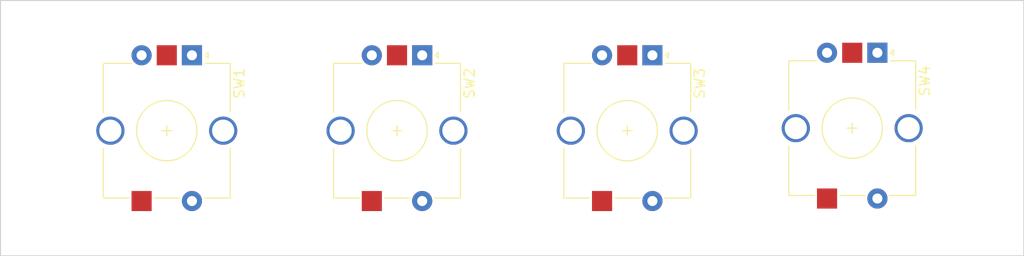
<source format=kicad_pcb>
(kicad_pcb (version 20211014) (generator pcbnew)
  (layers (0 "F.Cu" signal) (31 "B.Cu" signal) (34 "B.Paste" user) (35 "F.Paste" user) (36 "B.SilkS" user "B.Silkscreen") (37 "F.SilkS" user "F.Silkscreen") (38 "B.Mask" user) (39 "F.Mask" user) (44 "Edge.Cuts" user))
  (net 0 "")
  (footprint "Rotary_Encoder:RotaryEncoder_Alps_EC12E-Switch_Vertical_H20mm_CircularMountingHoles" (layer "F.Cu") (at 188.67 56 -90)
    (fp_text reference "SW4" (at 2.8 -4.7 90) (layer "F.SilkS"))
    (fp_text value "RotaryEncoder_Switch")
    (fp_line (start -0.3 -1.6) (end 0.3 -1.6) (layer "F.SilkS") (width 0.12))
    (fp_line (start 7 2.5) (end 8 2.5) (layer "F.SilkS") (width 0.12))
    (fp_line (start 14.2 6.2) (end 14.2 8.8) (layer "F.SilkS") (width 0.12))
    (fp_line (start 9.3 -3.8) (end 14.2 -3.8) (layer "F.SilkS") (width 0.12))
    (fp_line (start 5.7 8.8) (end 0.8 8.8) (layer "F.SilkS") (width 0.12))
    (fp_line (start 0.8 -3.8) (end 0.8 -1.3) (layer "F.SilkS") (width 0.12))
    (fp_line (start 14.2 8.8) (end 9.3 8.8) (layer "F.SilkS") (width 0.12))
    (fp_line (start 5.6 -3.8) (end 0.8 -3.8) (layer "F.SilkS") (width 0.12))
    (fp_line (start 7.5 2) (end 7.5 3) (layer "F.SilkS") (width 0.12))
    (fp_line (start 0 -1.3) (end -0.3 -1.6) (layer "F.SilkS") (width 0.12))
    (fp_line (start 0.3 -1.6) (end 0 -1.3) (layer "F.SilkS") (width 0.12))
    (fp_line (start 14.2 -3.8) (end 14.2 -1.2) (layer "F.SilkS") (width 0.12))
    (fp_line (start 14.2 1.2) (end 14.2 3.8) (layer "F.SilkS") (width 0.12))
    (fp_line (start 0.8 8.8) (end 0.8 6) (layer "F.SilkS") (width 0.12))
    (fp_circle (center 7.5 2.5) (end 10.5 2.5) (layer "F.SilkS") (width 0.12) (fill none))
    (pad "A" thru_hole rect (at 0 0 270) (size 2 2) (drill 1) (layers *.Cu *.Mask))
    (pad "B" thru_hole circle (at 0 5 270) (size 2 2) (drill 1) (layers *.Cu *.Mask))
    (pad "C" smd rect (at 0 2.5 270) (size 2 2) (layers "F.Cu" "F.Paste" "F.Mask"))
    (pad "MP" thru_hole circle (at 7.5 -3.1 270) (size 2.8 2.8) (drill 2.2) (layers *.Cu *.Mask))
    (pad "MP" thru_hole circle (at 7.5 8.1 270) (size 2.8 2.8) (drill 2.2) (layers *.Cu *.Mask))
    (pad "S1" thru_hole circle (at 14.5 0 270) (size 2 2) (drill 1) (layers *.Cu *.Mask))
    (pad "S2" smd rect (at 14.5 5 270) (size 2 2) (layers "F.Cu" "F.Paste" "F.Mask"))
  )
  (footprint "Rotary_Encoder:RotaryEncoder_Alps_EC12E-Switch_Vertical_H20mm_CircularMountingHoles" (layer "F.Cu") (at 166.33 56.25 -90)
    (fp_text reference "SW3" (at 2.8 -4.7 90) (layer "F.SilkS"))
    (fp_text value "RotaryEncoder_Switch")
    (fp_line (start 7 2.5) (end 8 2.5) (layer "F.SilkS") (width 0.12))
    (fp_line (start 7.5 2) (end 7.5 3) (layer "F.SilkS") (width 0.12))
    (fp_line (start -0.3 -1.6) (end 0.3 -1.6) (layer "F.SilkS") (width 0.12))
    (fp_line (start 0.3 -1.6) (end 0 -1.3) (layer "F.SilkS") (width 0.12))
    (fp_line (start 0 -1.3) (end -0.3 -1.6) (layer "F.SilkS") (width 0.12))
    (fp_line (start 5.6 -3.8) (end 0.8 -3.8) (layer "F.SilkS") (width 0.12))
    (fp_line (start 0.8 -3.8) (end 0.8 -1.3) (layer "F.SilkS") (width 0.12))
    (fp_line (start 14.2 1.2) (end 14.2 3.8) (layer "F.SilkS") (width 0.12))
    (fp_line (start 14.2 8.8) (end 9.3 8.8) (layer "F.SilkS") (width 0.12))
    (fp_line (start 14.2 -3.8) (end 14.2 -1.2) (layer "F.SilkS") (width 0.12))
    (fp_line (start 0.8 8.8) (end 0.8 6) (layer "F.SilkS") (width 0.12))
    (fp_line (start 5.7 8.8) (end 0.8 8.8) (layer "F.SilkS") (width 0.12))
    (fp_line (start 9.3 -3.8) (end 14.2 -3.8) (layer "F.SilkS") (width 0.12))
    (fp_line (start 14.2 6.2) (end 14.2 8.8) (layer "F.SilkS") (width 0.12))
    (fp_circle (center 7.5 2.5) (end 10.5 2.5) (layer "F.SilkS") (width 0.12) (fill none))
    (pad "A" thru_hole rect (at 0 0 270) (size 2 2) (drill 1) (layers *.Cu *.Mask))
    (pad "B" thru_hole circle (at 0 5 270) (size 2 2) (drill 1) (layers *.Cu *.Mask))
    (pad "C" smd rect (at 0 2.5 270) (size 2 2) (layers "F.Cu" "F.Paste" "F.Mask"))
    (pad "MP" thru_hole circle (at 7.5 -3.1 270) (size 2.8 2.8) (drill 2.2) (layers *.Cu *.Mask))
    (pad "MP" thru_hole circle (at 7.5 8.1 270) (size 2.8 2.8) (drill 2.2) (layers *.Cu *.Mask))
    (pad "S1" thru_hole circle (at 14.5 0 270) (size 2 2) (drill 1) (layers *.Cu *.Mask))
    (pad "S2" smd rect (at 14.5 5 270) (size 2 2) (layers "F.Cu" "F.Paste" "F.Mask"))
  )
  (footprint "Rotary_Encoder:RotaryEncoder_Alps_EC12E-Switch_Vertical_H20mm_CircularMountingHoles" (layer "F.Cu") (at 143.47 56.25 -90)
    (fp_text reference "SW2" (at 2.8 -4.7 90) (layer "F.SilkS"))
    (fp_text value "RotaryEncoder_Switch")
    (fp_line (start 7.5 2) (end 7.5 3) (layer "F.SilkS") (width 0.12))
    (fp_line (start 14.2 -3.8) (end 14.2 -1.2) (layer "F.SilkS") (width 0.12))
    (fp_line (start -0.3 -1.6) (end 0.3 -1.6) (layer "F.SilkS") (width 0.12))
    (fp_line (start 14.2 8.8) (end 9.3 8.8) (layer "F.SilkS") (width 0.12))
    (fp_line (start 9.3 -3.8) (end 14.2 -3.8) (layer "F.SilkS") (width 0.12))
    (fp_line (start 0.8 8.8) (end 0.8 6) (layer "F.SilkS") (width 0.12))
    (fp_line (start 7 2.5) (end 8 2.5) (layer "F.SilkS") (width 0.12))
    (fp_line (start 5.6 -3.8) (end 0.8 -3.8) (layer "F.SilkS") (width 0.12))
    (fp_line (start 0.8 -3.8) (end 0.8 -1.3) (layer "F.SilkS") (width 0.12))
    (fp_line (start 14.2 1.2) (end 14.2 3.8) (layer "F.SilkS") (width 0.12))
    (fp_line (start 14.2 6.2) (end 14.2 8.8) (layer "F.SilkS") (width 0.12))
    (fp_line (start 0 -1.3) (end -0.3 -1.6) (layer "F.SilkS") (width 0.12))
    (fp_line (start 5.7 8.8) (end 0.8 8.8) (layer "F.SilkS") (width 0.12))
    (fp_line (start 0.3 -1.6) (end 0 -1.3) (layer "F.SilkS") (width 0.12))
    (fp_circle (center 7.5 2.5) (end 10.5 2.5) (layer "F.SilkS") (width 0.12) (fill none))
    (pad "A" thru_hole rect (at 0 0 270) (size 2 2) (drill 1) (layers *.Cu *.Mask))
    (pad "B" thru_hole circle (at 0 5 270) (size 2 2) (drill 1) (layers *.Cu *.Mask))
    (pad "C" smd rect (at 0 2.5 270) (size 2 2) (layers "F.Cu" "F.Paste" "F.Mask"))
    (pad "MP" thru_hole circle (at 7.5 8.1 270) (size 2.8 2.8) (drill 2.2) (layers *.Cu *.Mask))
    (pad "MP" thru_hole circle (at 7.5 -3.1 270) (size 2.8 2.8) (drill 2.2) (layers *.Cu *.Mask))
    (pad "S1" thru_hole circle (at 14.5 0 270) (size 2 2) (drill 1) (layers *.Cu *.Mask))
    (pad "S2" smd rect (at 14.5 5 270) (size 2 2) (layers "F.Cu" "F.Paste" "F.Mask"))
  )
  (footprint "Rotary_Encoder:RotaryEncoder_Alps_EC12E-Switch_Vertical_H20mm_CircularMountingHoles" (layer "F.Cu") (at 120.61 56.25 -90)
    (fp_text reference "SW1" (at 2.8 -4.7 90) (layer "F.SilkS"))
    (fp_text value "RotaryEncoder_Switch")
    (fp_line (start -0.3 -1.6) (end 0.3 -1.6) (layer "F.SilkS") (width 0.12))
    (fp_line (start 7.5 2) (end 7.5 3) (layer "F.SilkS") (width 0.12))
    (fp_line (start 0.8 -3.8) (end 0.8 -1.3) (layer "F.SilkS") (width 0.12))
    (fp_line (start 7 2.5) (end 8 2.5) (layer "F.SilkS") (width 0.12))
    (fp_line (start 14.2 6.2) (end 14.2 8.8) (layer "F.SilkS") (width 0.12))
    (fp_line (start 5.6 -3.8) (end 0.8 -3.8) (layer "F.SilkS") (width 0.12))
    (fp_line (start 9.3 -3.8) (end 14.2 -3.8) (layer "F.SilkS") (width 0.12))
    (fp_line (start 0 -1.3) (end -0.3 -1.6) (layer "F.SilkS") (width 0.12))
    (fp_line (start 0.8 8.8) (end 0.8 6) (layer "F.SilkS") (width 0.12))
    (fp_line (start 0.3 -1.6) (end 0 -1.3) (layer "F.SilkS") (width 0.12))
    (fp_line (start 5.7 8.8) (end 0.8 8.8) (layer "F.SilkS") (width 0.12))
    (fp_line (start 14.2 8.8) (end 9.3 8.8) (layer "F.SilkS") (width 0.12))
    (fp_line (start 14.2 -3.8) (end 14.2 -1.2) (layer "F.SilkS") (width 0.12))
    (fp_line (start 14.2 1.2) (end 14.2 3.8) (layer "F.SilkS") (width 0.12))
    (fp_circle (center 7.5 2.5) (end 10.5 2.5) (layer "F.SilkS") (width 0.12) (fill none))
    (pad "A" thru_hole rect (at 0 0 270) (size 2 2) (drill 1) (layers *.Cu *.Mask))
    (pad "B" thru_hole circle (at 0 5 270) (size 2 2) (drill 1) (layers *.Cu *.Mask))
    (pad "C" smd rect (at 0 2.5 270) (size 2 2) (layers "F.Cu" "F.Paste" "F.Mask"))
    (pad "MP" thru_hole circle (at 7.5 -3.1 270) (size 2.8 2.8) (drill 2.2) (layers *.Cu *.Mask))
    (pad "MP" thru_hole circle (at 7.5 8.1 270) (size 2.8 2.8) (drill 2.2) (layers *.Cu *.Mask))
    (pad "S1" thru_hole circle (at 14.5 0 270) (size 2 2) (drill 1) (layers *.Cu *.Mask))
    (pad "S2" smd rect (at 14.5 5 270) (size 2 2) (layers "F.Cu" "F.Paste" "F.Mask"))
  )
  (gr_line (start 101.6 76.2) (end 203.2 76.2) (layer "Edge.Cuts") (width 0.1))
  (gr_line (start 203.2 76.2) (end 203.2 50.8) (layer "Edge.Cuts") (width 0.1))
  (gr_line (start 203.2 50.8) (end 101.6 50.8) (layer "Edge.Cuts") (width 0.1))
  (gr_line (start 101.6 50.8) (end 101.6 76.2) (layer "Edge.Cuts") (width 0.1))
)
</source>
